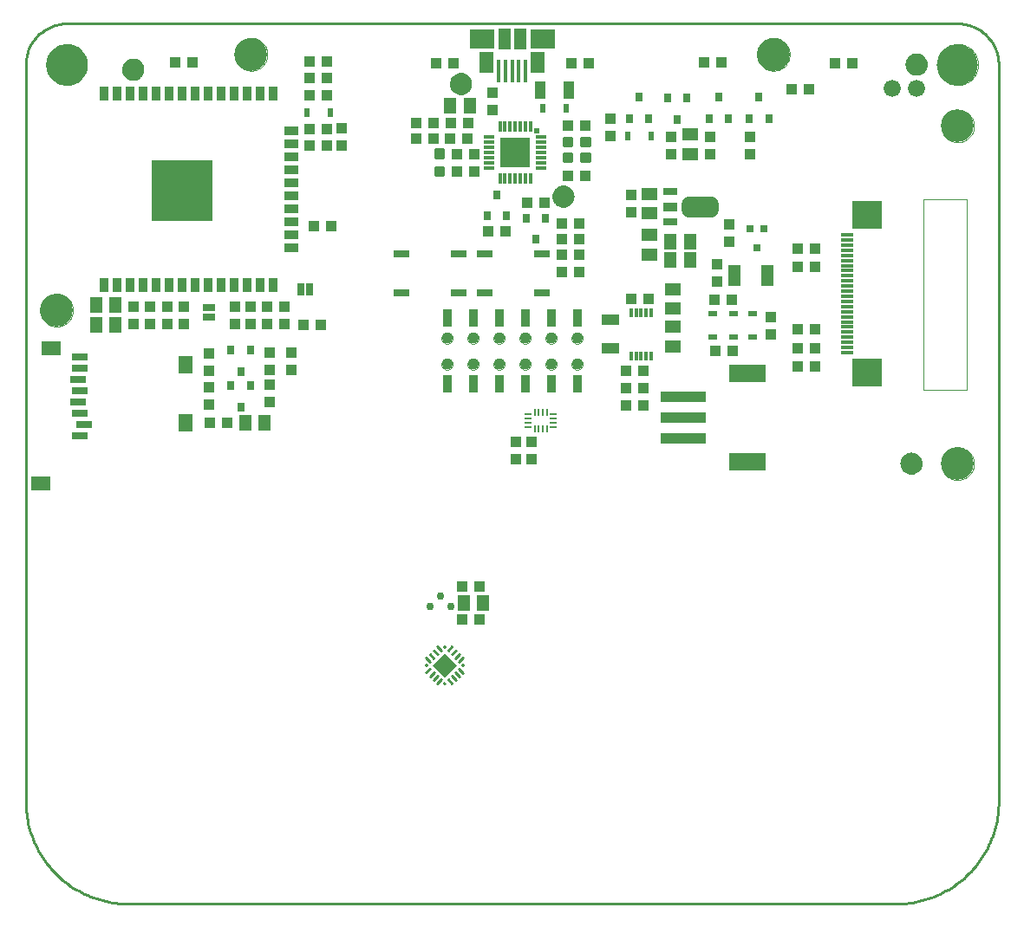
<source format=gts>
G75*
%MOIN*%
%OFA0B0*%
%FSLAX24Y24*%
%IPPOS*%
%LPD*%
%AMOC8*
5,1,8,0,0,1.08239X$1,22.5*
%
%ADD10C,0.0100*%
%ADD11C,0.0000*%
%ADD12C,0.1575*%
%ADD13C,0.0039*%
%ADD14C,0.1260*%
%ADD15R,0.0157X0.0413*%
%ADD16R,0.0197X0.0197*%
%ADD17R,0.1181X0.1181*%
%ADD18R,0.0413X0.0157*%
%ADD19R,0.0453X0.0827*%
%ADD20R,0.0177X0.0906*%
%ADD21R,0.0935X0.0748*%
%ADD22R,0.0581X0.0827*%
%ADD23R,0.0512X0.0591*%
%ADD24R,0.0394X0.0709*%
%ADD25R,0.0248X0.0327*%
%ADD26R,0.0315X0.0354*%
%ADD27R,0.0394X0.0433*%
%ADD28R,0.0433X0.0394*%
%ADD29R,0.0276X0.0276*%
%ADD30R,0.0327X0.0248*%
%ADD31R,0.0591X0.0512*%
%ADD32R,0.1181X0.1063*%
%ADD33R,0.0472X0.0118*%
%ADD34R,0.0472X0.0787*%
%ADD35R,0.0551X0.0315*%
%ADD36C,0.0600*%
%ADD37R,0.0550X0.0320*%
%ADD38R,0.0551X0.0709*%
%ADD39R,0.0748X0.0551*%
%ADD40R,0.0591X0.0315*%
%ADD41C,0.0118*%
%ADD42C,0.0050*%
%ADD43R,0.0354X0.0551*%
%ADD44R,0.0551X0.0354*%
%ADD45R,0.2362X0.2362*%
%ADD46R,0.0709X0.0394*%
%ADD47R,0.0120X0.0350*%
%ADD48R,0.1772X0.0394*%
%ADD49R,0.1417X0.0669*%
%ADD50C,0.0110*%
%ADD51R,0.0661X0.0661*%
%ADD52R,0.0114X0.0114*%
%ADD53C,0.0300*%
%ADD54R,0.0261X0.0089*%
%ADD55R,0.0089X0.0300*%
%ADD56R,0.0089X0.0261*%
%ADD57C,0.0660*%
%ADD58R,0.0600X0.0300*%
%ADD59R,0.0354X0.0709*%
%ADD60C,0.0433*%
%ADD61R,0.0250X0.0500*%
%ADD62R,0.0500X0.0250*%
D10*
X005927Y004947D02*
X035455Y004947D01*
X035579Y004949D01*
X035702Y004955D01*
X035826Y004964D01*
X035948Y004978D01*
X036071Y004995D01*
X036193Y005017D01*
X036314Y005042D01*
X036434Y005071D01*
X036553Y005103D01*
X036672Y005140D01*
X036789Y005180D01*
X036904Y005223D01*
X037019Y005271D01*
X037131Y005322D01*
X037242Y005376D01*
X037352Y005434D01*
X037459Y005495D01*
X037565Y005560D01*
X037668Y005628D01*
X037769Y005699D01*
X037868Y005773D01*
X037965Y005850D01*
X038059Y005931D01*
X038150Y006014D01*
X038239Y006100D01*
X038325Y006189D01*
X038408Y006280D01*
X038489Y006374D01*
X038566Y006471D01*
X038640Y006570D01*
X038711Y006671D01*
X038779Y006774D01*
X038844Y006880D01*
X038905Y006987D01*
X038963Y007097D01*
X039017Y007208D01*
X039068Y007320D01*
X039116Y007435D01*
X039159Y007550D01*
X039199Y007667D01*
X039236Y007786D01*
X039268Y007905D01*
X039297Y008025D01*
X039322Y008146D01*
X039344Y008268D01*
X039361Y008391D01*
X039375Y008513D01*
X039384Y008637D01*
X039390Y008760D01*
X039392Y008884D01*
X039392Y037231D01*
X039390Y037308D01*
X039384Y037385D01*
X039375Y037462D01*
X039362Y037538D01*
X039345Y037614D01*
X039324Y037688D01*
X039300Y037762D01*
X039272Y037834D01*
X039241Y037904D01*
X039206Y037973D01*
X039168Y038041D01*
X039127Y038106D01*
X039082Y038169D01*
X039034Y038230D01*
X038984Y038289D01*
X038931Y038345D01*
X038875Y038398D01*
X038816Y038448D01*
X038755Y038496D01*
X038692Y038541D01*
X038627Y038582D01*
X038559Y038620D01*
X038490Y038655D01*
X038420Y038686D01*
X038348Y038714D01*
X038274Y038738D01*
X038200Y038759D01*
X038124Y038776D01*
X038048Y038789D01*
X037971Y038798D01*
X037894Y038804D01*
X037817Y038806D01*
X003565Y038806D01*
X003488Y038804D01*
X003411Y038798D01*
X003334Y038789D01*
X003258Y038776D01*
X003182Y038759D01*
X003108Y038738D01*
X003034Y038714D01*
X002962Y038686D01*
X002892Y038655D01*
X002823Y038620D01*
X002755Y038582D01*
X002690Y038541D01*
X002627Y038496D01*
X002566Y038448D01*
X002507Y038398D01*
X002451Y038345D01*
X002398Y038289D01*
X002348Y038230D01*
X002300Y038169D01*
X002255Y038106D01*
X002214Y038041D01*
X002176Y037973D01*
X002141Y037904D01*
X002110Y037834D01*
X002082Y037762D01*
X002058Y037688D01*
X002037Y037614D01*
X002020Y037538D01*
X002007Y037462D01*
X001998Y037385D01*
X001992Y037308D01*
X001990Y037231D01*
X001990Y008884D01*
X001992Y008760D01*
X001998Y008637D01*
X002007Y008513D01*
X002021Y008391D01*
X002038Y008268D01*
X002060Y008146D01*
X002085Y008025D01*
X002114Y007905D01*
X002146Y007786D01*
X002183Y007667D01*
X002223Y007550D01*
X002266Y007435D01*
X002314Y007320D01*
X002365Y007208D01*
X002419Y007097D01*
X002477Y006987D01*
X002538Y006880D01*
X002603Y006774D01*
X002671Y006671D01*
X002742Y006570D01*
X002816Y006471D01*
X002893Y006374D01*
X002974Y006280D01*
X003057Y006189D01*
X003143Y006100D01*
X003232Y006014D01*
X003323Y005931D01*
X003417Y005850D01*
X003514Y005773D01*
X003613Y005699D01*
X003714Y005628D01*
X003817Y005560D01*
X003923Y005495D01*
X004030Y005434D01*
X004140Y005376D01*
X004251Y005322D01*
X004363Y005271D01*
X004478Y005223D01*
X004593Y005180D01*
X004710Y005140D01*
X004829Y005103D01*
X004948Y005071D01*
X005068Y005042D01*
X005189Y005017D01*
X005311Y004995D01*
X005434Y004978D01*
X005556Y004964D01*
X005680Y004955D01*
X005803Y004949D01*
X005927Y004947D01*
D11*
X017974Y025707D02*
X017976Y025736D01*
X017982Y025764D01*
X017991Y025792D01*
X018004Y025818D01*
X018021Y025841D01*
X018040Y025863D01*
X018062Y025882D01*
X018087Y025897D01*
X018113Y025910D01*
X018141Y025918D01*
X018169Y025923D01*
X018198Y025924D01*
X018227Y025921D01*
X018255Y025914D01*
X018282Y025904D01*
X018308Y025890D01*
X018331Y025873D01*
X018352Y025853D01*
X018370Y025830D01*
X018385Y025805D01*
X018396Y025778D01*
X018404Y025750D01*
X018408Y025721D01*
X018408Y025693D01*
X018404Y025664D01*
X018396Y025636D01*
X018385Y025609D01*
X018370Y025584D01*
X018352Y025561D01*
X018331Y025541D01*
X018308Y025524D01*
X018282Y025510D01*
X018255Y025500D01*
X018227Y025493D01*
X018198Y025490D01*
X018169Y025491D01*
X018141Y025496D01*
X018113Y025504D01*
X018087Y025517D01*
X018062Y025532D01*
X018040Y025551D01*
X018021Y025573D01*
X018004Y025596D01*
X017991Y025622D01*
X017982Y025650D01*
X017976Y025678D01*
X017974Y025707D01*
X017974Y026707D02*
X017976Y026736D01*
X017982Y026764D01*
X017991Y026792D01*
X018004Y026818D01*
X018021Y026841D01*
X018040Y026863D01*
X018062Y026882D01*
X018087Y026897D01*
X018113Y026910D01*
X018141Y026918D01*
X018169Y026923D01*
X018198Y026924D01*
X018227Y026921D01*
X018255Y026914D01*
X018282Y026904D01*
X018308Y026890D01*
X018331Y026873D01*
X018352Y026853D01*
X018370Y026830D01*
X018385Y026805D01*
X018396Y026778D01*
X018404Y026750D01*
X018408Y026721D01*
X018408Y026693D01*
X018404Y026664D01*
X018396Y026636D01*
X018385Y026609D01*
X018370Y026584D01*
X018352Y026561D01*
X018331Y026541D01*
X018308Y026524D01*
X018282Y026510D01*
X018255Y026500D01*
X018227Y026493D01*
X018198Y026490D01*
X018169Y026491D01*
X018141Y026496D01*
X018113Y026504D01*
X018087Y026517D01*
X018062Y026532D01*
X018040Y026551D01*
X018021Y026573D01*
X018004Y026596D01*
X017991Y026622D01*
X017982Y026650D01*
X017976Y026678D01*
X017974Y026707D01*
X018974Y026707D02*
X018976Y026736D01*
X018982Y026764D01*
X018991Y026792D01*
X019004Y026818D01*
X019021Y026841D01*
X019040Y026863D01*
X019062Y026882D01*
X019087Y026897D01*
X019113Y026910D01*
X019141Y026918D01*
X019169Y026923D01*
X019198Y026924D01*
X019227Y026921D01*
X019255Y026914D01*
X019282Y026904D01*
X019308Y026890D01*
X019331Y026873D01*
X019352Y026853D01*
X019370Y026830D01*
X019385Y026805D01*
X019396Y026778D01*
X019404Y026750D01*
X019408Y026721D01*
X019408Y026693D01*
X019404Y026664D01*
X019396Y026636D01*
X019385Y026609D01*
X019370Y026584D01*
X019352Y026561D01*
X019331Y026541D01*
X019308Y026524D01*
X019282Y026510D01*
X019255Y026500D01*
X019227Y026493D01*
X019198Y026490D01*
X019169Y026491D01*
X019141Y026496D01*
X019113Y026504D01*
X019087Y026517D01*
X019062Y026532D01*
X019040Y026551D01*
X019021Y026573D01*
X019004Y026596D01*
X018991Y026622D01*
X018982Y026650D01*
X018976Y026678D01*
X018974Y026707D01*
X018974Y025707D02*
X018976Y025736D01*
X018982Y025764D01*
X018991Y025792D01*
X019004Y025818D01*
X019021Y025841D01*
X019040Y025863D01*
X019062Y025882D01*
X019087Y025897D01*
X019113Y025910D01*
X019141Y025918D01*
X019169Y025923D01*
X019198Y025924D01*
X019227Y025921D01*
X019255Y025914D01*
X019282Y025904D01*
X019308Y025890D01*
X019331Y025873D01*
X019352Y025853D01*
X019370Y025830D01*
X019385Y025805D01*
X019396Y025778D01*
X019404Y025750D01*
X019408Y025721D01*
X019408Y025693D01*
X019404Y025664D01*
X019396Y025636D01*
X019385Y025609D01*
X019370Y025584D01*
X019352Y025561D01*
X019331Y025541D01*
X019308Y025524D01*
X019282Y025510D01*
X019255Y025500D01*
X019227Y025493D01*
X019198Y025490D01*
X019169Y025491D01*
X019141Y025496D01*
X019113Y025504D01*
X019087Y025517D01*
X019062Y025532D01*
X019040Y025551D01*
X019021Y025573D01*
X019004Y025596D01*
X018991Y025622D01*
X018982Y025650D01*
X018976Y025678D01*
X018974Y025707D01*
X019974Y025707D02*
X019976Y025736D01*
X019982Y025764D01*
X019991Y025792D01*
X020004Y025818D01*
X020021Y025841D01*
X020040Y025863D01*
X020062Y025882D01*
X020087Y025897D01*
X020113Y025910D01*
X020141Y025918D01*
X020169Y025923D01*
X020198Y025924D01*
X020227Y025921D01*
X020255Y025914D01*
X020282Y025904D01*
X020308Y025890D01*
X020331Y025873D01*
X020352Y025853D01*
X020370Y025830D01*
X020385Y025805D01*
X020396Y025778D01*
X020404Y025750D01*
X020408Y025721D01*
X020408Y025693D01*
X020404Y025664D01*
X020396Y025636D01*
X020385Y025609D01*
X020370Y025584D01*
X020352Y025561D01*
X020331Y025541D01*
X020308Y025524D01*
X020282Y025510D01*
X020255Y025500D01*
X020227Y025493D01*
X020198Y025490D01*
X020169Y025491D01*
X020141Y025496D01*
X020113Y025504D01*
X020087Y025517D01*
X020062Y025532D01*
X020040Y025551D01*
X020021Y025573D01*
X020004Y025596D01*
X019991Y025622D01*
X019982Y025650D01*
X019976Y025678D01*
X019974Y025707D01*
X019974Y026707D02*
X019976Y026736D01*
X019982Y026764D01*
X019991Y026792D01*
X020004Y026818D01*
X020021Y026841D01*
X020040Y026863D01*
X020062Y026882D01*
X020087Y026897D01*
X020113Y026910D01*
X020141Y026918D01*
X020169Y026923D01*
X020198Y026924D01*
X020227Y026921D01*
X020255Y026914D01*
X020282Y026904D01*
X020308Y026890D01*
X020331Y026873D01*
X020352Y026853D01*
X020370Y026830D01*
X020385Y026805D01*
X020396Y026778D01*
X020404Y026750D01*
X020408Y026721D01*
X020408Y026693D01*
X020404Y026664D01*
X020396Y026636D01*
X020385Y026609D01*
X020370Y026584D01*
X020352Y026561D01*
X020331Y026541D01*
X020308Y026524D01*
X020282Y026510D01*
X020255Y026500D01*
X020227Y026493D01*
X020198Y026490D01*
X020169Y026491D01*
X020141Y026496D01*
X020113Y026504D01*
X020087Y026517D01*
X020062Y026532D01*
X020040Y026551D01*
X020021Y026573D01*
X020004Y026596D01*
X019991Y026622D01*
X019982Y026650D01*
X019976Y026678D01*
X019974Y026707D01*
X020974Y026707D02*
X020976Y026736D01*
X020982Y026764D01*
X020991Y026792D01*
X021004Y026818D01*
X021021Y026841D01*
X021040Y026863D01*
X021062Y026882D01*
X021087Y026897D01*
X021113Y026910D01*
X021141Y026918D01*
X021169Y026923D01*
X021198Y026924D01*
X021227Y026921D01*
X021255Y026914D01*
X021282Y026904D01*
X021308Y026890D01*
X021331Y026873D01*
X021352Y026853D01*
X021370Y026830D01*
X021385Y026805D01*
X021396Y026778D01*
X021404Y026750D01*
X021408Y026721D01*
X021408Y026693D01*
X021404Y026664D01*
X021396Y026636D01*
X021385Y026609D01*
X021370Y026584D01*
X021352Y026561D01*
X021331Y026541D01*
X021308Y026524D01*
X021282Y026510D01*
X021255Y026500D01*
X021227Y026493D01*
X021198Y026490D01*
X021169Y026491D01*
X021141Y026496D01*
X021113Y026504D01*
X021087Y026517D01*
X021062Y026532D01*
X021040Y026551D01*
X021021Y026573D01*
X021004Y026596D01*
X020991Y026622D01*
X020982Y026650D01*
X020976Y026678D01*
X020974Y026707D01*
X020974Y025707D02*
X020976Y025736D01*
X020982Y025764D01*
X020991Y025792D01*
X021004Y025818D01*
X021021Y025841D01*
X021040Y025863D01*
X021062Y025882D01*
X021087Y025897D01*
X021113Y025910D01*
X021141Y025918D01*
X021169Y025923D01*
X021198Y025924D01*
X021227Y025921D01*
X021255Y025914D01*
X021282Y025904D01*
X021308Y025890D01*
X021331Y025873D01*
X021352Y025853D01*
X021370Y025830D01*
X021385Y025805D01*
X021396Y025778D01*
X021404Y025750D01*
X021408Y025721D01*
X021408Y025693D01*
X021404Y025664D01*
X021396Y025636D01*
X021385Y025609D01*
X021370Y025584D01*
X021352Y025561D01*
X021331Y025541D01*
X021308Y025524D01*
X021282Y025510D01*
X021255Y025500D01*
X021227Y025493D01*
X021198Y025490D01*
X021169Y025491D01*
X021141Y025496D01*
X021113Y025504D01*
X021087Y025517D01*
X021062Y025532D01*
X021040Y025551D01*
X021021Y025573D01*
X021004Y025596D01*
X020991Y025622D01*
X020982Y025650D01*
X020976Y025678D01*
X020974Y025707D01*
X021974Y025707D02*
X021976Y025736D01*
X021982Y025764D01*
X021991Y025792D01*
X022004Y025818D01*
X022021Y025841D01*
X022040Y025863D01*
X022062Y025882D01*
X022087Y025897D01*
X022113Y025910D01*
X022141Y025918D01*
X022169Y025923D01*
X022198Y025924D01*
X022227Y025921D01*
X022255Y025914D01*
X022282Y025904D01*
X022308Y025890D01*
X022331Y025873D01*
X022352Y025853D01*
X022370Y025830D01*
X022385Y025805D01*
X022396Y025778D01*
X022404Y025750D01*
X022408Y025721D01*
X022408Y025693D01*
X022404Y025664D01*
X022396Y025636D01*
X022385Y025609D01*
X022370Y025584D01*
X022352Y025561D01*
X022331Y025541D01*
X022308Y025524D01*
X022282Y025510D01*
X022255Y025500D01*
X022227Y025493D01*
X022198Y025490D01*
X022169Y025491D01*
X022141Y025496D01*
X022113Y025504D01*
X022087Y025517D01*
X022062Y025532D01*
X022040Y025551D01*
X022021Y025573D01*
X022004Y025596D01*
X021991Y025622D01*
X021982Y025650D01*
X021976Y025678D01*
X021974Y025707D01*
X021974Y026707D02*
X021976Y026736D01*
X021982Y026764D01*
X021991Y026792D01*
X022004Y026818D01*
X022021Y026841D01*
X022040Y026863D01*
X022062Y026882D01*
X022087Y026897D01*
X022113Y026910D01*
X022141Y026918D01*
X022169Y026923D01*
X022198Y026924D01*
X022227Y026921D01*
X022255Y026914D01*
X022282Y026904D01*
X022308Y026890D01*
X022331Y026873D01*
X022352Y026853D01*
X022370Y026830D01*
X022385Y026805D01*
X022396Y026778D01*
X022404Y026750D01*
X022408Y026721D01*
X022408Y026693D01*
X022404Y026664D01*
X022396Y026636D01*
X022385Y026609D01*
X022370Y026584D01*
X022352Y026561D01*
X022331Y026541D01*
X022308Y026524D01*
X022282Y026510D01*
X022255Y026500D01*
X022227Y026493D01*
X022198Y026490D01*
X022169Y026491D01*
X022141Y026496D01*
X022113Y026504D01*
X022087Y026517D01*
X022062Y026532D01*
X022040Y026551D01*
X022021Y026573D01*
X022004Y026596D01*
X021991Y026622D01*
X021982Y026650D01*
X021976Y026678D01*
X021974Y026707D01*
X022974Y026707D02*
X022976Y026736D01*
X022982Y026764D01*
X022991Y026792D01*
X023004Y026818D01*
X023021Y026841D01*
X023040Y026863D01*
X023062Y026882D01*
X023087Y026897D01*
X023113Y026910D01*
X023141Y026918D01*
X023169Y026923D01*
X023198Y026924D01*
X023227Y026921D01*
X023255Y026914D01*
X023282Y026904D01*
X023308Y026890D01*
X023331Y026873D01*
X023352Y026853D01*
X023370Y026830D01*
X023385Y026805D01*
X023396Y026778D01*
X023404Y026750D01*
X023408Y026721D01*
X023408Y026693D01*
X023404Y026664D01*
X023396Y026636D01*
X023385Y026609D01*
X023370Y026584D01*
X023352Y026561D01*
X023331Y026541D01*
X023308Y026524D01*
X023282Y026510D01*
X023255Y026500D01*
X023227Y026493D01*
X023198Y026490D01*
X023169Y026491D01*
X023141Y026496D01*
X023113Y026504D01*
X023087Y026517D01*
X023062Y026532D01*
X023040Y026551D01*
X023021Y026573D01*
X023004Y026596D01*
X022991Y026622D01*
X022982Y026650D01*
X022976Y026678D01*
X022974Y026707D01*
X022974Y025707D02*
X022976Y025736D01*
X022982Y025764D01*
X022991Y025792D01*
X023004Y025818D01*
X023021Y025841D01*
X023040Y025863D01*
X023062Y025882D01*
X023087Y025897D01*
X023113Y025910D01*
X023141Y025918D01*
X023169Y025923D01*
X023198Y025924D01*
X023227Y025921D01*
X023255Y025914D01*
X023282Y025904D01*
X023308Y025890D01*
X023331Y025873D01*
X023352Y025853D01*
X023370Y025830D01*
X023385Y025805D01*
X023396Y025778D01*
X023404Y025750D01*
X023408Y025721D01*
X023408Y025693D01*
X023404Y025664D01*
X023396Y025636D01*
X023385Y025609D01*
X023370Y025584D01*
X023352Y025561D01*
X023331Y025541D01*
X023308Y025524D01*
X023282Y025510D01*
X023255Y025500D01*
X023227Y025493D01*
X023198Y025490D01*
X023169Y025491D01*
X023141Y025496D01*
X023113Y025504D01*
X023087Y025517D01*
X023062Y025532D01*
X023040Y025551D01*
X023021Y025573D01*
X023004Y025596D01*
X022991Y025622D01*
X022982Y025650D01*
X022976Y025678D01*
X022974Y025707D01*
X030101Y037624D02*
X030103Y037674D01*
X030109Y037724D01*
X030119Y037773D01*
X030133Y037821D01*
X030150Y037868D01*
X030171Y037913D01*
X030196Y037957D01*
X030224Y037998D01*
X030256Y038037D01*
X030290Y038074D01*
X030327Y038108D01*
X030367Y038138D01*
X030409Y038165D01*
X030453Y038189D01*
X030499Y038210D01*
X030546Y038226D01*
X030594Y038239D01*
X030644Y038248D01*
X030693Y038253D01*
X030744Y038254D01*
X030794Y038251D01*
X030843Y038244D01*
X030892Y038233D01*
X030940Y038218D01*
X030986Y038200D01*
X031031Y038178D01*
X031074Y038152D01*
X031115Y038123D01*
X031154Y038091D01*
X031190Y038056D01*
X031222Y038018D01*
X031252Y037978D01*
X031279Y037935D01*
X031302Y037891D01*
X031321Y037845D01*
X031337Y037797D01*
X031349Y037748D01*
X031357Y037699D01*
X031361Y037649D01*
X031361Y037599D01*
X031357Y037549D01*
X031349Y037500D01*
X031337Y037451D01*
X031321Y037403D01*
X031302Y037357D01*
X031279Y037313D01*
X031252Y037270D01*
X031222Y037230D01*
X031190Y037192D01*
X031154Y037157D01*
X031115Y037125D01*
X031074Y037096D01*
X031031Y037070D01*
X030986Y037048D01*
X030940Y037030D01*
X030892Y037015D01*
X030843Y037004D01*
X030794Y036997D01*
X030744Y036994D01*
X030693Y036995D01*
X030644Y037000D01*
X030594Y037009D01*
X030546Y037022D01*
X030499Y037038D01*
X030453Y037059D01*
X030409Y037083D01*
X030367Y037110D01*
X030327Y037140D01*
X030290Y037174D01*
X030256Y037211D01*
X030224Y037250D01*
X030196Y037291D01*
X030171Y037335D01*
X030150Y037380D01*
X030133Y037427D01*
X030119Y037475D01*
X030109Y037524D01*
X030103Y037574D01*
X030101Y037624D01*
X036518Y032034D02*
X036518Y031561D01*
X037187Y034869D02*
X037189Y034919D01*
X037195Y034969D01*
X037205Y035018D01*
X037219Y035066D01*
X037236Y035113D01*
X037257Y035158D01*
X037282Y035202D01*
X037310Y035243D01*
X037342Y035282D01*
X037376Y035319D01*
X037413Y035353D01*
X037453Y035383D01*
X037495Y035410D01*
X037539Y035434D01*
X037585Y035455D01*
X037632Y035471D01*
X037680Y035484D01*
X037730Y035493D01*
X037779Y035498D01*
X037830Y035499D01*
X037880Y035496D01*
X037929Y035489D01*
X037978Y035478D01*
X038026Y035463D01*
X038072Y035445D01*
X038117Y035423D01*
X038160Y035397D01*
X038201Y035368D01*
X038240Y035336D01*
X038276Y035301D01*
X038308Y035263D01*
X038338Y035223D01*
X038365Y035180D01*
X038388Y035136D01*
X038407Y035090D01*
X038423Y035042D01*
X038435Y034993D01*
X038443Y034944D01*
X038447Y034894D01*
X038447Y034844D01*
X038443Y034794D01*
X038435Y034745D01*
X038423Y034696D01*
X038407Y034648D01*
X038388Y034602D01*
X038365Y034558D01*
X038338Y034515D01*
X038308Y034475D01*
X038276Y034437D01*
X038240Y034402D01*
X038201Y034370D01*
X038160Y034341D01*
X038117Y034315D01*
X038072Y034293D01*
X038026Y034275D01*
X037978Y034260D01*
X037929Y034249D01*
X037880Y034242D01*
X037830Y034239D01*
X037779Y034240D01*
X037730Y034245D01*
X037680Y034254D01*
X037632Y034267D01*
X037585Y034283D01*
X037539Y034304D01*
X037495Y034328D01*
X037453Y034355D01*
X037413Y034385D01*
X037376Y034419D01*
X037342Y034456D01*
X037310Y034495D01*
X037282Y034536D01*
X037257Y034580D01*
X037236Y034625D01*
X037219Y034672D01*
X037205Y034720D01*
X037195Y034769D01*
X037189Y034819D01*
X037187Y034869D01*
X037030Y037231D02*
X037032Y037287D01*
X037038Y037342D01*
X037048Y037396D01*
X037061Y037450D01*
X037079Y037503D01*
X037100Y037554D01*
X037124Y037604D01*
X037152Y037652D01*
X037184Y037698D01*
X037218Y037742D01*
X037256Y037783D01*
X037296Y037821D01*
X037339Y037856D01*
X037384Y037888D01*
X037432Y037917D01*
X037481Y037943D01*
X037532Y037965D01*
X037584Y037983D01*
X037638Y037997D01*
X037693Y038008D01*
X037748Y038015D01*
X037803Y038018D01*
X037859Y038017D01*
X037914Y038012D01*
X037969Y038003D01*
X038023Y037991D01*
X038076Y037974D01*
X038128Y037954D01*
X038178Y037930D01*
X038226Y037903D01*
X038273Y037873D01*
X038317Y037839D01*
X038359Y037802D01*
X038397Y037762D01*
X038434Y037720D01*
X038467Y037675D01*
X038496Y037629D01*
X038523Y037580D01*
X038545Y037529D01*
X038565Y037477D01*
X038580Y037423D01*
X038592Y037369D01*
X038600Y037314D01*
X038604Y037259D01*
X038604Y037203D01*
X038600Y037148D01*
X038592Y037093D01*
X038580Y037039D01*
X038565Y036985D01*
X038545Y036933D01*
X038523Y036882D01*
X038496Y036833D01*
X038467Y036787D01*
X038434Y036742D01*
X038397Y036700D01*
X038359Y036660D01*
X038317Y036623D01*
X038273Y036589D01*
X038226Y036559D01*
X038178Y036532D01*
X038128Y036508D01*
X038076Y036488D01*
X038023Y036471D01*
X037969Y036459D01*
X037914Y036450D01*
X037859Y036445D01*
X037803Y036444D01*
X037748Y036447D01*
X037693Y036454D01*
X037638Y036465D01*
X037584Y036479D01*
X037532Y036497D01*
X037481Y036519D01*
X037432Y036545D01*
X037384Y036574D01*
X037339Y036606D01*
X037296Y036641D01*
X037256Y036679D01*
X037218Y036720D01*
X037184Y036764D01*
X037152Y036810D01*
X037124Y036858D01*
X037100Y036908D01*
X037079Y036959D01*
X037061Y037012D01*
X037048Y037066D01*
X037038Y037120D01*
X037032Y037175D01*
X037030Y037231D01*
X037187Y021876D02*
X037189Y021926D01*
X037195Y021976D01*
X037205Y022025D01*
X037219Y022073D01*
X037236Y022120D01*
X037257Y022165D01*
X037282Y022209D01*
X037310Y022250D01*
X037342Y022289D01*
X037376Y022326D01*
X037413Y022360D01*
X037453Y022390D01*
X037495Y022417D01*
X037539Y022441D01*
X037585Y022462D01*
X037632Y022478D01*
X037680Y022491D01*
X037730Y022500D01*
X037779Y022505D01*
X037830Y022506D01*
X037880Y022503D01*
X037929Y022496D01*
X037978Y022485D01*
X038026Y022470D01*
X038072Y022452D01*
X038117Y022430D01*
X038160Y022404D01*
X038201Y022375D01*
X038240Y022343D01*
X038276Y022308D01*
X038308Y022270D01*
X038338Y022230D01*
X038365Y022187D01*
X038388Y022143D01*
X038407Y022097D01*
X038423Y022049D01*
X038435Y022000D01*
X038443Y021951D01*
X038447Y021901D01*
X038447Y021851D01*
X038443Y021801D01*
X038435Y021752D01*
X038423Y021703D01*
X038407Y021655D01*
X038388Y021609D01*
X038365Y021565D01*
X038338Y021522D01*
X038308Y021482D01*
X038276Y021444D01*
X038240Y021409D01*
X038201Y021377D01*
X038160Y021348D01*
X038117Y021322D01*
X038072Y021300D01*
X038026Y021282D01*
X037978Y021267D01*
X037929Y021256D01*
X037880Y021249D01*
X037830Y021246D01*
X037779Y021247D01*
X037730Y021252D01*
X037680Y021261D01*
X037632Y021274D01*
X037585Y021290D01*
X037539Y021311D01*
X037495Y021335D01*
X037453Y021362D01*
X037413Y021392D01*
X037376Y021426D01*
X037342Y021463D01*
X037310Y021502D01*
X037282Y021543D01*
X037257Y021587D01*
X037236Y021632D01*
X037219Y021679D01*
X037205Y021727D01*
X037195Y021776D01*
X037189Y021826D01*
X037187Y021876D01*
X010022Y037624D02*
X010024Y037674D01*
X010030Y037724D01*
X010040Y037773D01*
X010054Y037821D01*
X010071Y037868D01*
X010092Y037913D01*
X010117Y037957D01*
X010145Y037998D01*
X010177Y038037D01*
X010211Y038074D01*
X010248Y038108D01*
X010288Y038138D01*
X010330Y038165D01*
X010374Y038189D01*
X010420Y038210D01*
X010467Y038226D01*
X010515Y038239D01*
X010565Y038248D01*
X010614Y038253D01*
X010665Y038254D01*
X010715Y038251D01*
X010764Y038244D01*
X010813Y038233D01*
X010861Y038218D01*
X010907Y038200D01*
X010952Y038178D01*
X010995Y038152D01*
X011036Y038123D01*
X011075Y038091D01*
X011111Y038056D01*
X011143Y038018D01*
X011173Y037978D01*
X011200Y037935D01*
X011223Y037891D01*
X011242Y037845D01*
X011258Y037797D01*
X011270Y037748D01*
X011278Y037699D01*
X011282Y037649D01*
X011282Y037599D01*
X011278Y037549D01*
X011270Y037500D01*
X011258Y037451D01*
X011242Y037403D01*
X011223Y037357D01*
X011200Y037313D01*
X011173Y037270D01*
X011143Y037230D01*
X011111Y037192D01*
X011075Y037157D01*
X011036Y037125D01*
X010995Y037096D01*
X010952Y037070D01*
X010907Y037048D01*
X010861Y037030D01*
X010813Y037015D01*
X010764Y037004D01*
X010715Y036997D01*
X010665Y036994D01*
X010614Y036995D01*
X010565Y037000D01*
X010515Y037009D01*
X010467Y037022D01*
X010420Y037038D01*
X010374Y037059D01*
X010330Y037083D01*
X010288Y037110D01*
X010248Y037140D01*
X010211Y037174D01*
X010177Y037211D01*
X010145Y037250D01*
X010117Y037291D01*
X010092Y037335D01*
X010071Y037380D01*
X010054Y037427D01*
X010040Y037475D01*
X010030Y037524D01*
X010024Y037574D01*
X010022Y037624D01*
X002778Y037231D02*
X002780Y037287D01*
X002786Y037342D01*
X002796Y037396D01*
X002809Y037450D01*
X002827Y037503D01*
X002848Y037554D01*
X002872Y037604D01*
X002900Y037652D01*
X002932Y037698D01*
X002966Y037742D01*
X003004Y037783D01*
X003044Y037821D01*
X003087Y037856D01*
X003132Y037888D01*
X003180Y037917D01*
X003229Y037943D01*
X003280Y037965D01*
X003332Y037983D01*
X003386Y037997D01*
X003441Y038008D01*
X003496Y038015D01*
X003551Y038018D01*
X003607Y038017D01*
X003662Y038012D01*
X003717Y038003D01*
X003771Y037991D01*
X003824Y037974D01*
X003876Y037954D01*
X003926Y037930D01*
X003974Y037903D01*
X004021Y037873D01*
X004065Y037839D01*
X004107Y037802D01*
X004145Y037762D01*
X004182Y037720D01*
X004215Y037675D01*
X004244Y037629D01*
X004271Y037580D01*
X004293Y037529D01*
X004313Y037477D01*
X004328Y037423D01*
X004340Y037369D01*
X004348Y037314D01*
X004352Y037259D01*
X004352Y037203D01*
X004348Y037148D01*
X004340Y037093D01*
X004328Y037039D01*
X004313Y036985D01*
X004293Y036933D01*
X004271Y036882D01*
X004244Y036833D01*
X004215Y036787D01*
X004182Y036742D01*
X004145Y036700D01*
X004107Y036660D01*
X004065Y036623D01*
X004021Y036589D01*
X003974Y036559D01*
X003926Y036532D01*
X003876Y036508D01*
X003824Y036488D01*
X003771Y036471D01*
X003717Y036459D01*
X003662Y036450D01*
X003607Y036445D01*
X003551Y036444D01*
X003496Y036447D01*
X003441Y036454D01*
X003386Y036465D01*
X003332Y036479D01*
X003280Y036497D01*
X003229Y036519D01*
X003180Y036545D01*
X003132Y036574D01*
X003087Y036606D01*
X003044Y036641D01*
X003004Y036679D01*
X002966Y036720D01*
X002932Y036764D01*
X002900Y036810D01*
X002872Y036858D01*
X002848Y036908D01*
X002827Y036959D01*
X002809Y037012D01*
X002796Y037066D01*
X002786Y037120D01*
X002780Y037175D01*
X002778Y037231D01*
X002541Y027782D02*
X002543Y027832D01*
X002549Y027882D01*
X002559Y027931D01*
X002573Y027979D01*
X002590Y028026D01*
X002611Y028071D01*
X002636Y028115D01*
X002664Y028156D01*
X002696Y028195D01*
X002730Y028232D01*
X002767Y028266D01*
X002807Y028296D01*
X002849Y028323D01*
X002893Y028347D01*
X002939Y028368D01*
X002986Y028384D01*
X003034Y028397D01*
X003084Y028406D01*
X003133Y028411D01*
X003184Y028412D01*
X003234Y028409D01*
X003283Y028402D01*
X003332Y028391D01*
X003380Y028376D01*
X003426Y028358D01*
X003471Y028336D01*
X003514Y028310D01*
X003555Y028281D01*
X003594Y028249D01*
X003630Y028214D01*
X003662Y028176D01*
X003692Y028136D01*
X003719Y028093D01*
X003742Y028049D01*
X003761Y028003D01*
X003777Y027955D01*
X003789Y027906D01*
X003797Y027857D01*
X003801Y027807D01*
X003801Y027757D01*
X003797Y027707D01*
X003789Y027658D01*
X003777Y027609D01*
X003761Y027561D01*
X003742Y027515D01*
X003719Y027471D01*
X003692Y027428D01*
X003662Y027388D01*
X003630Y027350D01*
X003594Y027315D01*
X003555Y027283D01*
X003514Y027254D01*
X003471Y027228D01*
X003426Y027206D01*
X003380Y027188D01*
X003332Y027173D01*
X003283Y027162D01*
X003234Y027155D01*
X003184Y027152D01*
X003133Y027153D01*
X003084Y027158D01*
X003034Y027167D01*
X002986Y027180D01*
X002939Y027196D01*
X002893Y027217D01*
X002849Y027241D01*
X002807Y027268D01*
X002767Y027298D01*
X002730Y027332D01*
X002696Y027369D01*
X002664Y027408D01*
X002636Y027449D01*
X002611Y027493D01*
X002590Y027538D01*
X002573Y027585D01*
X002559Y027633D01*
X002549Y027682D01*
X002543Y027732D01*
X002541Y027782D01*
D12*
X003565Y037231D03*
X037817Y037231D03*
D13*
X038171Y032034D02*
X036518Y032034D01*
X036518Y024711D01*
X038171Y024711D01*
X038171Y032034D01*
D14*
X037817Y034869D03*
X030731Y037624D03*
X037817Y021876D03*
X010652Y037624D03*
X003171Y027782D03*
D15*
X020219Y032851D03*
X020416Y032851D03*
X020612Y032851D03*
X020809Y032851D03*
X021006Y032851D03*
X021203Y032851D03*
X021400Y032851D03*
X021400Y034839D03*
X021203Y034839D03*
X021006Y034839D03*
X020809Y034839D03*
X020612Y034839D03*
X020416Y034839D03*
X020219Y034839D03*
D16*
X021637Y034673D03*
D17*
X020809Y033845D03*
D18*
X021803Y033845D03*
X021803Y034042D03*
X021803Y034239D03*
X021803Y034436D03*
X021803Y033648D03*
X021803Y033451D03*
X021803Y033254D03*
X019815Y033254D03*
X019815Y033451D03*
X019815Y033648D03*
X019815Y033845D03*
X019815Y034042D03*
X019815Y034239D03*
X019815Y034436D03*
D19*
X020386Y038215D03*
X020996Y038215D03*
D20*
X020947Y036995D03*
X020691Y036995D03*
X020435Y036995D03*
X020179Y036995D03*
X021203Y036995D03*
D21*
X021853Y038215D03*
X019530Y038215D03*
D22*
X019707Y037310D03*
X021675Y037310D03*
D23*
X019057Y035656D03*
X018309Y035656D03*
X026774Y030420D03*
X026774Y029711D03*
X027522Y029711D03*
X027522Y030420D03*
X019569Y016522D03*
X018821Y016522D03*
X011183Y023451D03*
X010435Y023451D03*
X005435Y027231D03*
X005435Y027979D03*
X004687Y027979D03*
X004687Y027231D03*
D24*
X021754Y036247D03*
X022857Y036247D03*
D25*
X022758Y035538D03*
X021853Y035538D03*
X025120Y034475D03*
X026026Y034475D03*
X013703Y035380D03*
X012797Y035380D03*
D26*
X019727Y031404D03*
X020475Y031404D03*
X021223Y031325D03*
X021971Y031325D03*
X021597Y030499D03*
X020101Y032231D03*
X025199Y035144D03*
X025947Y035144D03*
X025573Y035971D03*
X026656Y035932D03*
X027030Y035105D03*
X027404Y035932D03*
X028270Y035144D03*
X028644Y035971D03*
X029018Y035144D03*
X029805Y035144D03*
X030179Y035971D03*
X030553Y035144D03*
X010632Y026247D03*
X009884Y026247D03*
X010258Y025420D03*
X009884Y024869D03*
X010632Y024869D03*
X010258Y024042D03*
D27*
X011360Y024258D03*
X011360Y024928D03*
X012193Y025491D03*
X012193Y026160D03*
X013073Y031010D03*
X013742Y031010D03*
X013585Y034121D03*
X013585Y034750D03*
X012916Y034750D03*
X012916Y034121D03*
X014149Y034114D03*
X014149Y034784D03*
X013585Y036719D03*
X012916Y036719D03*
X017010Y034396D03*
X017679Y034396D03*
X018309Y034396D03*
X018979Y034396D03*
X019943Y035479D03*
X019943Y036148D03*
X022837Y034869D03*
X023506Y034869D03*
X023506Y032939D03*
X022837Y032939D03*
X021931Y031916D03*
X021262Y031916D03*
X020435Y030813D03*
X019766Y030813D03*
X022601Y031128D03*
X023270Y031128D03*
X023270Y029908D03*
X023270Y029239D03*
X022601Y029239D03*
X022601Y029908D03*
X025258Y031542D03*
X025258Y032211D03*
X028565Y029534D03*
X028565Y028865D03*
X030652Y027526D03*
X030652Y026857D03*
X025750Y024121D03*
X025081Y024121D03*
X020849Y022723D03*
X020849Y022054D03*
X019451Y017152D03*
X018782Y017152D03*
X007423Y027250D03*
X007423Y027920D03*
X006754Y027920D03*
X006124Y027920D03*
X006124Y027250D03*
X006754Y027250D03*
X031420Y036286D03*
X032089Y036286D03*
D28*
X033112Y037270D03*
X033782Y037270D03*
X029825Y034455D03*
X029825Y033786D03*
X028290Y033786D03*
X028290Y034455D03*
X026794Y034455D03*
X026794Y033786D03*
X029038Y031069D03*
X029038Y030400D03*
X029136Y028176D03*
X028467Y028176D03*
X028506Y026207D03*
X029175Y026207D03*
X031656Y026325D03*
X032325Y026325D03*
X032325Y027034D03*
X031656Y027034D03*
X031656Y025617D03*
X032325Y025617D03*
X032325Y029436D03*
X031656Y029436D03*
X031656Y030144D03*
X032325Y030144D03*
X028742Y037310D03*
X028073Y037310D03*
X024471Y035164D03*
X024471Y034495D03*
X023624Y037270D03*
X022955Y037270D03*
X019234Y033786D03*
X019234Y033117D03*
X018565Y033117D03*
X018565Y033786D03*
X018349Y034987D03*
X017679Y034987D03*
X017010Y034987D03*
X019018Y034987D03*
X018427Y037270D03*
X017758Y037270D03*
X013585Y037349D03*
X012916Y037349D03*
X012916Y036050D03*
X013585Y036050D03*
X008388Y037310D03*
X007719Y037310D03*
X008053Y027920D03*
X008053Y027250D03*
X009038Y026109D03*
X009038Y025439D03*
X009038Y024810D03*
X009038Y024140D03*
X009057Y023451D03*
X009727Y023451D03*
X011360Y025479D03*
X011360Y026148D03*
X011282Y027250D03*
X011951Y027250D03*
X011951Y027920D03*
X011282Y027920D03*
X010652Y027920D03*
X010022Y027920D03*
X010022Y027250D03*
X010652Y027250D03*
X012679Y027231D03*
X013349Y027231D03*
X021439Y022723D03*
X021439Y022054D03*
X025061Y024770D03*
X025061Y025439D03*
X025731Y025439D03*
X025731Y024770D03*
X025947Y028215D03*
X025278Y028215D03*
X023270Y030499D03*
X022601Y030499D03*
X019451Y015892D03*
X018782Y015892D03*
D29*
X030101Y030174D03*
X030357Y030902D03*
X029845Y030902D03*
D30*
X029943Y027644D03*
X029195Y027644D03*
X028408Y027644D03*
X028408Y026739D03*
X029195Y026739D03*
X029943Y026739D03*
D31*
X026872Y026384D03*
X026872Y027132D03*
X026872Y027841D03*
X026872Y028589D03*
X025967Y029928D03*
X025967Y030676D03*
X025967Y031502D03*
X025967Y032250D03*
X027542Y033786D03*
X027542Y034534D03*
D32*
X034345Y031436D03*
X034345Y025388D03*
D33*
X033565Y026148D03*
X033565Y026345D03*
X033565Y026542D03*
X033565Y026739D03*
X033565Y026936D03*
X033565Y027132D03*
X033565Y027329D03*
X033565Y027526D03*
X033565Y027723D03*
X033565Y027920D03*
X033565Y028117D03*
X033565Y028313D03*
X033565Y028510D03*
X033565Y028707D03*
X033565Y028904D03*
X033565Y029101D03*
X033565Y029298D03*
X033565Y029495D03*
X033565Y029691D03*
X033565Y029888D03*
X033565Y030085D03*
X033565Y030282D03*
X033565Y030479D03*
X033565Y030676D03*
D34*
X030494Y029121D03*
X029234Y029121D03*
D35*
X026762Y031168D03*
X026762Y032349D03*
D36*
X027494Y031858D02*
X027494Y031658D01*
X027494Y031858D02*
X028330Y031858D01*
X028330Y031658D01*
X027494Y031658D01*
D37*
X026762Y031758D03*
D38*
X008132Y025676D03*
X008132Y023432D03*
D39*
X002955Y026306D03*
X002561Y021128D03*
D40*
X004077Y022963D03*
X004234Y023396D03*
X004077Y023829D03*
X003998Y024262D03*
X004077Y024695D03*
X003998Y025128D03*
X004077Y025561D03*
X004077Y025995D03*
D41*
X017758Y033244D02*
X018034Y033244D01*
X018034Y032968D01*
X017758Y032968D01*
X017758Y033244D01*
X017758Y033085D02*
X018034Y033085D01*
X018034Y033202D02*
X017758Y033202D01*
X017758Y033935D02*
X018034Y033935D01*
X018034Y033659D01*
X017758Y033659D01*
X017758Y033935D01*
X017758Y033776D02*
X018034Y033776D01*
X018034Y033893D02*
X017758Y033893D01*
X022964Y033786D02*
X022964Y033510D01*
X022688Y033510D01*
X022688Y033786D01*
X022964Y033786D01*
X022964Y033627D02*
X022688Y033627D01*
X022688Y033744D02*
X022964Y033744D01*
X022964Y034101D02*
X022964Y034377D01*
X022964Y034101D02*
X022688Y034101D01*
X022688Y034377D01*
X022964Y034377D01*
X022964Y034218D02*
X022688Y034218D01*
X022688Y034335D02*
X022964Y034335D01*
X023655Y034377D02*
X023655Y034101D01*
X023379Y034101D01*
X023379Y034377D01*
X023655Y034377D01*
X023655Y034218D02*
X023379Y034218D01*
X023379Y034335D02*
X023655Y034335D01*
X023655Y033786D02*
X023655Y033510D01*
X023379Y033510D01*
X023379Y033786D01*
X023655Y033786D01*
X023655Y033627D02*
X023379Y033627D01*
X023379Y033744D02*
X023655Y033744D01*
D42*
X022857Y032493D02*
X022794Y032522D01*
X022728Y032540D01*
X022660Y032546D01*
X022591Y032540D01*
X022525Y032522D01*
X022463Y032493D01*
X022407Y032454D01*
X022358Y032405D01*
X022319Y032349D01*
X022290Y032287D01*
X022272Y032220D01*
X022266Y032152D01*
X022272Y032084D01*
X022290Y032017D01*
X022319Y031955D01*
X022358Y031899D01*
X022407Y031850D01*
X022463Y031811D01*
X022525Y031782D01*
X022591Y031764D01*
X022660Y031758D01*
X022728Y031764D01*
X022794Y031782D01*
X022857Y031811D01*
X022913Y031850D01*
X022961Y031899D01*
X023001Y031955D01*
X023030Y032017D01*
X023047Y032084D01*
X023053Y032152D01*
X023047Y032220D01*
X023030Y032287D01*
X023001Y032349D01*
X022961Y032405D01*
X022913Y032454D01*
X022857Y032493D01*
X022839Y032501D02*
X022480Y032501D01*
X022406Y032453D02*
X022914Y032453D01*
X022962Y032404D02*
X022357Y032404D01*
X022323Y032356D02*
X022996Y032356D01*
X023020Y032307D02*
X022299Y032307D01*
X022282Y032259D02*
X023037Y032259D01*
X023048Y032210D02*
X022271Y032210D01*
X022267Y032162D02*
X023053Y032162D01*
X023050Y032113D02*
X022269Y032113D01*
X022277Y032065D02*
X023042Y032065D01*
X023029Y032016D02*
X022290Y032016D01*
X022313Y031968D02*
X023006Y031968D01*
X022975Y031919D02*
X022344Y031919D01*
X022386Y031871D02*
X022933Y031871D01*
X022872Y031822D02*
X022447Y031822D01*
X022556Y031774D02*
X022763Y031774D01*
X018976Y036181D02*
X019024Y036230D01*
X019064Y036286D01*
X019093Y036348D01*
X019110Y036414D01*
X019116Y036483D01*
X019110Y036551D01*
X019093Y036617D01*
X019064Y036680D01*
X019024Y036736D01*
X018976Y036784D01*
X018920Y036824D01*
X018857Y036853D01*
X018791Y036870D01*
X018723Y036876D01*
X018654Y036870D01*
X018588Y036853D01*
X018526Y036824D01*
X018470Y036784D01*
X018421Y036736D01*
X018382Y036680D01*
X018353Y036617D01*
X018335Y036551D01*
X018329Y036483D01*
X018335Y036414D01*
X018353Y036348D01*
X018382Y036286D01*
X018421Y036230D01*
X018470Y036181D01*
X018526Y036142D01*
X018588Y036113D01*
X018654Y036095D01*
X018723Y036089D01*
X018791Y036095D01*
X018857Y036113D01*
X018920Y036142D01*
X018976Y036181D01*
X018982Y036187D02*
X018464Y036187D01*
X018417Y036236D02*
X019028Y036236D01*
X019062Y036284D02*
X018383Y036284D01*
X018360Y036333D02*
X019085Y036333D01*
X019101Y036381D02*
X018344Y036381D01*
X018334Y036430D02*
X019112Y036430D01*
X019116Y036478D02*
X018329Y036478D01*
X018333Y036527D02*
X019113Y036527D01*
X019104Y036575D02*
X018341Y036575D01*
X018356Y036624D02*
X019090Y036624D01*
X019067Y036672D02*
X018378Y036672D01*
X018410Y036721D02*
X019035Y036721D01*
X018991Y036769D02*
X018454Y036769D01*
X018517Y036818D02*
X018928Y036818D01*
X018807Y036866D02*
X018638Y036866D01*
X018533Y036139D02*
X018913Y036139D01*
X018736Y036090D02*
X018710Y036090D01*
X006518Y037034D02*
X006512Y036966D01*
X006494Y036899D01*
X006465Y036837D01*
X006426Y036781D01*
X006377Y036732D01*
X006321Y036693D01*
X006259Y036664D01*
X006193Y036646D01*
X006124Y036640D01*
X006056Y036646D01*
X005990Y036664D01*
X005927Y036693D01*
X005871Y036732D01*
X005823Y036781D01*
X005783Y036837D01*
X005754Y036899D01*
X005737Y036966D01*
X005731Y037034D01*
X005737Y037102D01*
X005754Y037169D01*
X005783Y037231D01*
X005823Y037287D01*
X005871Y037336D01*
X005927Y037375D01*
X005990Y037404D01*
X006056Y037422D01*
X006124Y037428D01*
X006193Y037422D01*
X006259Y037404D01*
X006321Y037375D01*
X006377Y037336D01*
X006426Y037287D01*
X006465Y037231D01*
X006494Y037169D01*
X006512Y037102D01*
X006518Y037034D01*
X006516Y037012D02*
X005732Y037012D01*
X005733Y037060D02*
X006516Y037060D01*
X006510Y037109D02*
X005738Y037109D01*
X005751Y037157D02*
X006497Y037157D01*
X006477Y037206D02*
X005772Y037206D01*
X005800Y037254D02*
X006449Y037254D01*
X006410Y037303D02*
X005838Y037303D01*
X005894Y037351D02*
X006355Y037351D01*
X006268Y037400D02*
X005981Y037400D01*
X005737Y036963D02*
X006511Y036963D01*
X006498Y036915D02*
X005750Y036915D01*
X005770Y036866D02*
X006479Y036866D01*
X006452Y036818D02*
X005797Y036818D01*
X005834Y036769D02*
X006414Y036769D01*
X006361Y036721D02*
X005888Y036721D01*
X005972Y036672D02*
X006276Y036672D01*
X035849Y037231D02*
X035855Y037299D01*
X035872Y037365D01*
X035901Y037428D01*
X035941Y037484D01*
X035989Y037532D01*
X036046Y037572D01*
X036108Y037601D01*
X036174Y037619D01*
X036242Y037624D01*
X036311Y037619D01*
X036377Y037601D01*
X036439Y037572D01*
X036495Y037532D01*
X036544Y037484D01*
X036583Y037428D01*
X036612Y037365D01*
X036630Y037299D01*
X036636Y037231D01*
X036630Y037162D01*
X036612Y037096D01*
X036583Y037034D01*
X036544Y036978D01*
X036495Y036929D01*
X036439Y036890D01*
X036377Y036861D01*
X036311Y036843D01*
X036242Y036837D01*
X036174Y036843D01*
X036108Y036861D01*
X036046Y036890D01*
X035989Y036929D01*
X035941Y036978D01*
X035901Y037034D01*
X035872Y037096D01*
X035855Y037162D01*
X035849Y037231D01*
X035851Y037254D02*
X036634Y037254D01*
X036634Y037206D02*
X035851Y037206D01*
X035856Y037157D02*
X036629Y037157D01*
X036616Y037109D02*
X035869Y037109D01*
X035889Y037060D02*
X036596Y037060D01*
X036568Y037012D02*
X035917Y037012D01*
X035955Y036963D02*
X036529Y036963D01*
X036475Y036915D02*
X036010Y036915D01*
X036096Y036866D02*
X036388Y036866D01*
X036629Y037303D02*
X035856Y037303D01*
X035869Y037351D02*
X036616Y037351D01*
X036596Y037400D02*
X035888Y037400D01*
X035916Y037448D02*
X036569Y037448D01*
X036531Y037497D02*
X035954Y037497D01*
X036008Y037545D02*
X036477Y037545D01*
X036392Y037594D02*
X036093Y037594D01*
X036046Y022270D02*
X035977Y022264D01*
X035911Y022246D01*
X035849Y022217D01*
X035792Y022178D01*
X035744Y022130D01*
X035705Y022073D01*
X035676Y022011D01*
X035658Y021945D01*
X035652Y021876D01*
X035658Y021808D01*
X035676Y021742D01*
X035705Y021680D01*
X035744Y021623D01*
X035792Y021575D01*
X035849Y021536D01*
X035911Y021506D01*
X035977Y021489D01*
X036046Y021483D01*
X036114Y021489D01*
X036180Y021506D01*
X036242Y021536D01*
X036299Y021575D01*
X036347Y021623D01*
X036386Y021680D01*
X036415Y021742D01*
X036433Y021808D01*
X036439Y021876D01*
X036433Y021945D01*
X036415Y022011D01*
X036386Y022073D01*
X036347Y022130D01*
X036299Y022178D01*
X036242Y022217D01*
X036180Y022246D01*
X036114Y022264D01*
X036046Y022270D01*
X036075Y022268D02*
X036016Y022268D01*
X035852Y022219D02*
X036239Y022219D01*
X036306Y022171D02*
X035785Y022171D01*
X035739Y022122D02*
X036352Y022122D01*
X036386Y022074D02*
X035705Y022074D01*
X035682Y022025D02*
X036409Y022025D01*
X036425Y021977D02*
X035666Y021977D01*
X035656Y021928D02*
X036435Y021928D01*
X036439Y021880D02*
X035652Y021880D01*
X035656Y021831D02*
X036435Y021831D01*
X036426Y021783D02*
X035665Y021783D01*
X035679Y021734D02*
X036412Y021734D01*
X036389Y021686D02*
X035702Y021686D01*
X035734Y021637D02*
X036357Y021637D01*
X036312Y021589D02*
X035779Y021589D01*
X035842Y021540D02*
X036249Y021540D01*
X036125Y021492D02*
X035966Y021492D01*
D43*
X011486Y028758D03*
X010986Y028758D03*
X010486Y028758D03*
X009986Y028758D03*
X009486Y028758D03*
X008986Y028758D03*
X008486Y028758D03*
X007986Y028758D03*
X007486Y028758D03*
X006986Y028758D03*
X006486Y028758D03*
X005986Y028758D03*
X005486Y028758D03*
X004986Y028758D03*
X004986Y036121D03*
X005486Y036121D03*
X005986Y036121D03*
X006486Y036121D03*
X006986Y036121D03*
X007486Y036121D03*
X007986Y036121D03*
X008486Y036121D03*
X008986Y036121D03*
X009486Y036121D03*
X009986Y036121D03*
X010486Y036121D03*
X010986Y036121D03*
X011486Y036121D03*
D44*
X012195Y034687D03*
X012195Y034187D03*
X012195Y033687D03*
X012195Y033187D03*
X012195Y032687D03*
X012195Y032187D03*
X012195Y031687D03*
X012195Y031187D03*
X012195Y030687D03*
X012195Y030187D03*
D45*
X008014Y032388D03*
D46*
X024471Y027428D03*
X024471Y026325D03*
D47*
X025258Y026007D03*
X025455Y026007D03*
X025652Y026007D03*
X025849Y026007D03*
X026046Y026007D03*
X026046Y027668D03*
X025849Y027668D03*
X025652Y027668D03*
X025455Y027668D03*
X025258Y027668D03*
D48*
X027266Y024436D03*
X027266Y023648D03*
X027266Y022861D03*
D49*
X029727Y021936D03*
X029727Y025361D03*
X029727Y025361D03*
D50*
X018805Y014415D02*
X018647Y014257D01*
X018508Y014396D02*
X018666Y014554D01*
X018528Y014695D02*
X018370Y014537D01*
X018223Y014682D02*
X018381Y014840D01*
X017964Y014676D02*
X017806Y014834D01*
X017666Y014695D02*
X017824Y014537D01*
X017677Y014390D02*
X017519Y014548D01*
X017380Y014408D02*
X017538Y014250D01*
X017539Y013996D02*
X017381Y013838D01*
X017529Y013693D02*
X017687Y013851D01*
X017826Y013712D02*
X017668Y013554D01*
X017808Y013415D02*
X017966Y013573D01*
X018225Y013566D02*
X018383Y013408D01*
X018523Y013547D02*
X018365Y013705D01*
X018505Y013846D02*
X018663Y013688D01*
X018801Y013826D02*
X018643Y013984D01*
D51*
G36*
X018563Y014121D02*
X018097Y013655D01*
X017631Y014121D01*
X018097Y014587D01*
X018563Y014121D01*
G37*
D52*
G36*
X018717Y014121D02*
X018797Y014201D01*
X018877Y014121D01*
X018797Y014041D01*
X018717Y014121D01*
G37*
G36*
X018013Y013416D02*
X018093Y013496D01*
X018173Y013416D01*
X018093Y013336D01*
X018013Y013416D01*
G37*
G36*
X017308Y014121D02*
X017388Y014201D01*
X017468Y014121D01*
X017388Y014041D01*
X017308Y014121D01*
G37*
G36*
X018013Y014825D02*
X018093Y014905D01*
X018173Y014825D01*
X018093Y014745D01*
X018013Y014825D01*
G37*
D53*
X018329Y016365D03*
X017931Y016774D03*
X017542Y016365D03*
D54*
X021314Y023294D03*
X021314Y023451D03*
X021314Y023609D03*
X021314Y023766D03*
X022273Y023766D03*
X022273Y023609D03*
X022273Y023451D03*
X022273Y023294D03*
D55*
X022030Y023833D03*
D56*
X021872Y023852D03*
X021715Y023852D03*
X021557Y023852D03*
X021557Y023208D03*
X021715Y023208D03*
X021872Y023208D03*
X022030Y023208D03*
D57*
X035301Y036317D03*
X036219Y036325D03*
D58*
X021831Y029949D03*
X021831Y028449D03*
X019631Y028449D03*
X018642Y028449D03*
X018642Y029949D03*
X019631Y029949D03*
X016442Y029949D03*
X016442Y028449D03*
D59*
X018191Y027467D03*
X019191Y027467D03*
X020191Y027467D03*
X021191Y027467D03*
X022191Y027467D03*
X023191Y027467D03*
X023191Y024947D03*
X022191Y024947D03*
X021191Y024947D03*
X020191Y024947D03*
X019191Y024947D03*
X018191Y024947D03*
D60*
X018191Y025707D03*
X018191Y026707D03*
X019191Y026707D03*
X019191Y025707D03*
X020191Y025707D03*
X020191Y026707D03*
X021191Y026707D03*
X021191Y025707D03*
X022191Y025707D03*
X022191Y026707D03*
X023191Y026707D03*
X023191Y025707D03*
D61*
X012916Y028569D03*
X012561Y028569D03*
D62*
X009038Y027880D03*
X009038Y027526D03*
M02*

</source>
